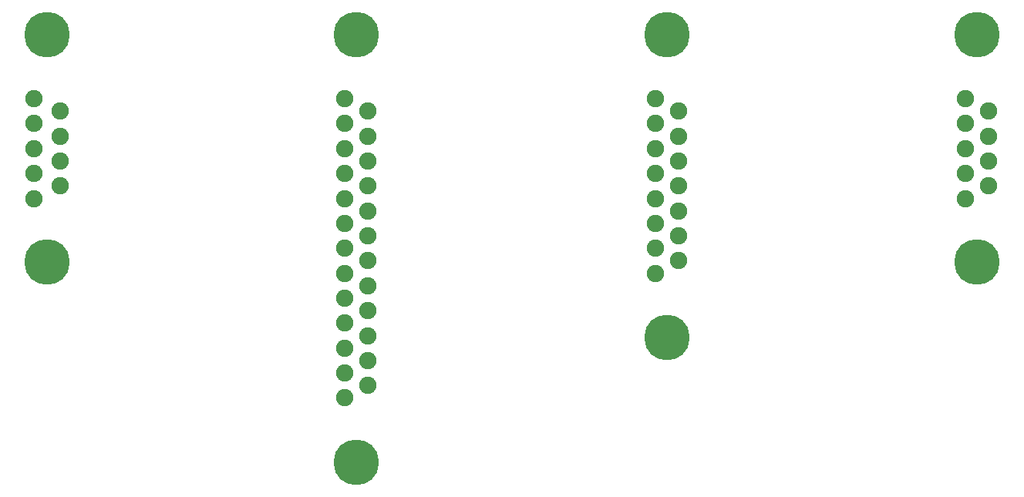
<source format=gbr>
G04 project-name*
%FSLAX35Y35*%
%MOMM*%
G04 c4.1(1)*
%LPD*%
%ADD10C,1.9*%
D10*
X-13635666Y20000000D02*
D03*

G04 c4.2(2)*
%LPD*%
D10*
X-13635666Y19725999D02*
D03*

G04 c4.3(3)*
%LPD*%
D10*
X-13635666Y19452000D02*
D03*

G04 c4.4(4)*
%LPD*%
D10*
X-13635666Y19177999D02*
D03*

G04 c4.5(5)*
%LPD*%
D10*
X-13635666Y18904000D02*
D03*

G04 c4.6(6)*
%LPD*%
D10*
X-13351666Y19863000D02*
D03*

G04 c4.7(7)*
%LPD*%
D10*
X-13351666Y19588999D02*
D03*

G04 c4.8(8)*
%LPD*%
D10*
X-13351666Y19315000D02*
D03*

G04 c4.9(9)*
%LPD*%
D10*
X-13351666Y19040999D02*
D03*

G04 c4.S(S)*
%LPD*%
%ADD11C,5*%
D11*
X-13493666Y20701500D02*
D03*

G04 c4.S(S)*
%LPD*%
D11*
X-13493666Y18202499D02*
D03*

G04 c3.1(1)*
%LPD*%
D10*
X-10226749Y20000000D02*
D03*

G04 c3.2(2)*
%LPD*%
D10*
X-10226749Y19725999D02*
D03*

G04 c3.3(3)*
%LPD*%
D10*
X-10226749Y19452000D02*
D03*

G04 c3.4(4)*
%LPD*%
D10*
X-10226749Y19177999D02*
D03*

G04 c3.5(5)*
%LPD*%
D10*
X-10226749Y18904000D02*
D03*

G04 c3.6(6)*
%LPD*%
D10*
X-10226749Y18629999D02*
D03*

G04 c3.7(7)*
%LPD*%
D10*
X-10226749Y18356000D02*
D03*

G04 c3.8(8)*
%LPD*%
D10*
X-10226749Y18081999D02*
D03*

G04 c3.9(9)*
%LPD*%
D10*
X-10226749Y17808000D02*
D03*

G04 c3.10(10)*
%LPD*%
D10*
X-10226749Y17533999D02*
D03*

G04 c3.11(11)*
%LPD*%
D10*
X-10226749Y17259999D02*
D03*

G04 c3.12(12)*
%LPD*%
D10*
X-10226749Y16986000D02*
D03*

G04 c3.13(13)*
%LPD*%
D10*
X-10226749Y16711999D02*
D03*

G04 c3.14(14)*
%LPD*%
D10*
X-9972749Y19863000D02*
D03*

G04 c3.15(15)*
%LPD*%
D10*
X-9972749Y19588999D02*
D03*

G04 c3.16(16)*
%LPD*%
D10*
X-9972749Y19315000D02*
D03*

G04 c3.17(17)*
%LPD*%
D10*
X-9972749Y19040999D02*
D03*

G04 c3.18(18)*
%LPD*%
D10*
X-9972749Y18767000D02*
D03*

G04 c3.19(19)*
%LPD*%
D10*
X-9972749Y18493000D02*
D03*

G04 c3.20(20)*
%LPD*%
D10*
X-9972749Y18219000D02*
D03*

G04 c3.21(21)*
%LPD*%
D10*
X-9972749Y17945000D02*
D03*

G04 c3.22(22)*
%LPD*%
D10*
X-9972749Y17671000D02*
D03*

G04 c3.23(23)*
%LPD*%
D10*
X-9972749Y17397000D02*
D03*

G04 c3.24(24)*
%LPD*%
D10*
X-9972749Y17122999D02*
D03*

G04 c3.25(25)*
%LPD*%
D10*
X-9972749Y16849000D02*
D03*

G04 c3.S(S)*
%LPD*%
D11*
X-10099749Y20708000D02*
D03*

G04 c3.S(S)*
%LPD*%
D11*
X-10099749Y16004000D02*
D03*

G04 c2.1(1)*
%LPD*%
D10*
X-6817833Y20000000D02*
D03*

G04 c2.2(2)*
%LPD*%
D10*
X-6817833Y19725999D02*
D03*

G04 c2.3(3)*
%LPD*%
D10*
X-6817833Y19452000D02*
D03*

G04 c2.4(4)*
%LPD*%
D10*
X-6817833Y19177999D02*
D03*

G04 c2.5(5)*
%LPD*%
D10*
X-6817833Y18904000D02*
D03*

G04 c2.6(6)*
%LPD*%
D10*
X-6817833Y18629999D02*
D03*

G04 c2.7(7)*
%LPD*%
D10*
X-6817833Y18356000D02*
D03*

G04 c2.8(8)*
%LPD*%
D10*
X-6817833Y18081999D02*
D03*

G04 c2.9(9)*
%LPD*%
D10*
X-6563833Y19863000D02*
D03*

G04 c2.10(10)*
%LPD*%
D10*
X-6563833Y19588999D02*
D03*

G04 c2.11(11)*
%LPD*%
D10*
X-6563833Y19315000D02*
D03*

G04 c2.12(12)*
%LPD*%
D10*
X-6563833Y19040999D02*
D03*

G04 c2.13(13)*
%LPD*%
D10*
X-6563833Y18767000D02*
D03*

G04 c2.14(14)*
%LPD*%
D10*
X-6563833Y18493000D02*
D03*

G04 c2.15(15)*
%LPD*%
D10*
X-6563833Y18219000D02*
D03*

G04 c2.S(S)*
%LPD*%
D11*
X-6690833Y20707000D02*
D03*

G04 c2.S(S)*
%LPD*%
D11*
X-6690833Y17374999D02*
D03*

G04 c1.1(1)*
%LPD*%
D10*
X-3408916Y20000000D02*
D03*

G04 c1.2(2)*
%LPD*%
D10*
X-3408916Y19725999D02*
D03*

G04 c1.3(3)*
%LPD*%
D10*
X-3408916Y19452000D02*
D03*

G04 c1.4(4)*
%LPD*%
D10*
X-3408916Y19177999D02*
D03*

G04 c1.5(5)*
%LPD*%
D10*
X-3408916Y18904000D02*
D03*

G04 c1.6(6)*
%LPD*%
D10*
X-3154916Y19863000D02*
D03*

G04 c1.7(7)*
%LPD*%
D10*
X-3154916Y19588999D02*
D03*

G04 c1.8(8)*
%LPD*%
D10*
X-3154916Y19315000D02*
D03*

G04 c1.9(9)*
%LPD*%
D10*
X-3154916Y19040999D02*
D03*

G04 c1.S(S)*
%LPD*%
D11*
X-3281916Y20701500D02*
D03*

G04 c1.S(S)*
%LPD*%
D11*
X-3281916Y18202499D02*
D03*

M02*
</source>
